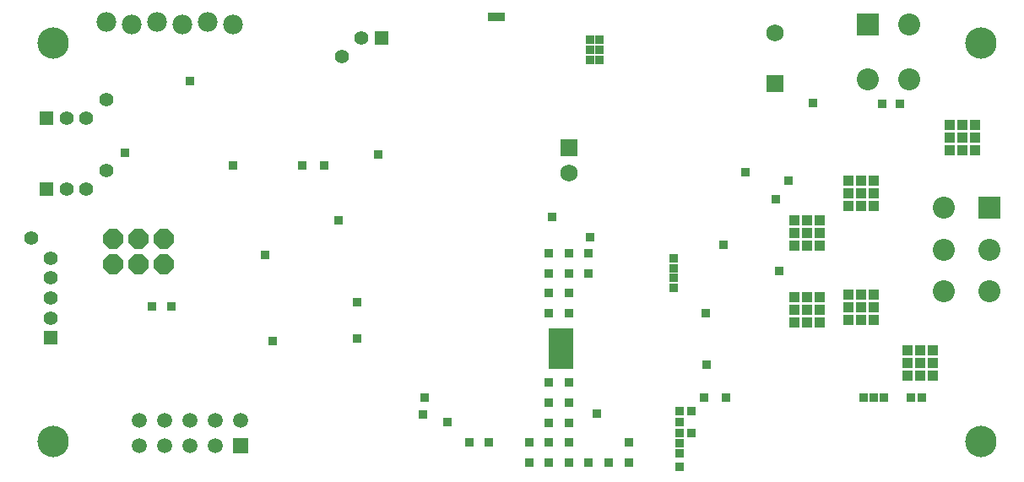
<source format=gbs>
G75*
%MOIN*%
%OFA0B0*%
%FSLAX24Y24*%
%IPPOS*%
%LPD*%
%AMOC8*
5,1,8,0,0,1.08239X$1,22.5*
%
%ADD10C,0.0780*%
%ADD11C,0.1240*%
%ADD12C,0.0690*%
%ADD13R,0.0690X0.0690*%
%ADD14R,0.0437X0.0437*%
%ADD15C,0.0555*%
%ADD16R,0.0555X0.0555*%
%ADD17C,0.0552*%
%ADD18R,0.0867X0.0867*%
%ADD19C,0.0867*%
%ADD20OC8,0.0780*%
%ADD21R,0.0594X0.0594*%
%ADD22C,0.0594*%
%ADD23R,0.0317X0.0317*%
D10*
X003815Y018310D03*
X004815Y018210D03*
X005815Y018310D03*
X006815Y018210D03*
X007815Y018310D03*
X008815Y018210D03*
D11*
X001725Y001725D03*
X001725Y017473D03*
X038339Y017473D03*
X038339Y001725D03*
D12*
X022099Y012327D03*
X030210Y017879D03*
D13*
X030210Y015879D03*
X022099Y013327D03*
D14*
X030981Y010449D03*
X031481Y010449D03*
X031981Y010449D03*
X031981Y009949D03*
X031481Y009949D03*
X030981Y009949D03*
X030981Y009449D03*
X031481Y009449D03*
X031981Y009449D03*
X033126Y011028D03*
X033126Y011528D03*
X033626Y011528D03*
X034126Y011528D03*
X034126Y011028D03*
X033626Y011028D03*
X033626Y012028D03*
X034126Y012028D03*
X033126Y012028D03*
X037126Y013233D03*
X037126Y013733D03*
X037626Y013733D03*
X038126Y013733D03*
X038126Y013233D03*
X037626Y013233D03*
X037626Y014233D03*
X038126Y014233D03*
X037126Y014233D03*
X034126Y007540D03*
X033626Y007540D03*
X033126Y007540D03*
X033126Y007040D03*
X033126Y006540D03*
X033626Y006540D03*
X034126Y006540D03*
X034126Y007040D03*
X033626Y007040D03*
X031981Y006933D03*
X031481Y006933D03*
X030981Y006933D03*
X030981Y006433D03*
X031481Y006433D03*
X031981Y006433D03*
X031981Y007433D03*
X031481Y007433D03*
X030981Y007433D03*
X035461Y005335D03*
X035961Y005335D03*
X036461Y005335D03*
X036461Y004835D03*
X036461Y004335D03*
X035961Y004335D03*
X035461Y004335D03*
X035461Y004835D03*
X035961Y004835D03*
D15*
X013890Y017670D03*
X003024Y014481D03*
X002237Y014481D03*
X002237Y011685D03*
X003024Y011685D03*
X001607Y008969D03*
X001607Y008181D03*
X001607Y007394D03*
X001607Y006607D03*
D16*
X001607Y005819D03*
X001449Y011685D03*
X001449Y014481D03*
X014678Y017670D03*
D17*
X013103Y016922D03*
X003811Y015229D03*
X003811Y012433D03*
X000859Y009756D03*
D18*
X033870Y018181D03*
X038674Y010957D03*
D19*
X036902Y010957D03*
X036902Y009304D03*
X038674Y009304D03*
X038674Y007650D03*
X036902Y007650D03*
X035524Y016016D03*
X033870Y016016D03*
X035524Y018181D03*
D20*
X006071Y009744D03*
X005071Y009744D03*
X004071Y009744D03*
X004071Y008744D03*
X005071Y008744D03*
X006071Y008744D03*
D21*
X009119Y001579D03*
D22*
X008119Y001579D03*
X007119Y001579D03*
X006119Y001579D03*
X005119Y001579D03*
X005119Y002579D03*
X006119Y002579D03*
X007119Y002579D03*
X008119Y002579D03*
X009119Y002579D03*
D23*
X010386Y005701D03*
X013733Y005780D03*
X013733Y007237D03*
X010071Y009087D03*
X012985Y010465D03*
X012433Y012630D03*
X011567Y012630D03*
X008823Y012630D03*
X004559Y013142D03*
X007119Y015977D03*
X014559Y013063D03*
X021410Y010583D03*
X022906Y009796D03*
X022867Y009166D03*
X022079Y009166D03*
X021292Y009166D03*
X021292Y008378D03*
X022079Y008378D03*
X022867Y008378D03*
X022079Y007591D03*
X021292Y007591D03*
X021292Y006804D03*
X022079Y006804D03*
X022079Y006016D03*
X021764Y006016D03*
X021449Y006016D03*
X021449Y005701D03*
X021449Y005386D03*
X021764Y005386D03*
X022079Y005386D03*
X022079Y005701D03*
X021764Y005701D03*
X021764Y005071D03*
X021764Y004756D03*
X021449Y004756D03*
X021449Y005071D03*
X022079Y005071D03*
X022079Y004756D03*
X022079Y004048D03*
X021292Y004048D03*
X021292Y003260D03*
X022079Y003260D03*
X023181Y002827D03*
X022079Y002473D03*
X021292Y002473D03*
X021292Y001685D03*
X022079Y001685D03*
X022079Y000898D03*
X021292Y000898D03*
X020504Y000898D03*
X020504Y001685D03*
X018930Y001685D03*
X018142Y001685D03*
X017276Y002512D03*
X016331Y002788D03*
X016370Y003457D03*
X022867Y000898D03*
X023654Y000898D03*
X024441Y000898D03*
X024441Y001685D03*
X026449Y001666D03*
X026449Y002079D03*
X026922Y002079D03*
X026449Y002512D03*
X026449Y002945D03*
X026922Y002945D03*
X027430Y003449D03*
X028300Y003449D03*
X027512Y004756D03*
X027473Y006804D03*
X026213Y007788D03*
X026213Y008181D03*
X026213Y008575D03*
X026213Y008969D03*
X028181Y009481D03*
X030378Y008473D03*
X030268Y011292D03*
X030741Y012040D03*
X029048Y012355D03*
X031725Y015111D03*
X034441Y015071D03*
X035150Y015071D03*
X023300Y016804D03*
X022906Y016804D03*
X022906Y017197D03*
X023300Y017197D03*
X023300Y017591D03*
X022906Y017591D03*
X019402Y018496D03*
X019048Y018496D03*
X006370Y007079D03*
X005622Y007079D03*
X026449Y001252D03*
X026449Y000741D03*
X033733Y003457D03*
X034126Y003457D03*
X034520Y003457D03*
X035583Y003457D03*
X036016Y003457D03*
M02*

</source>
